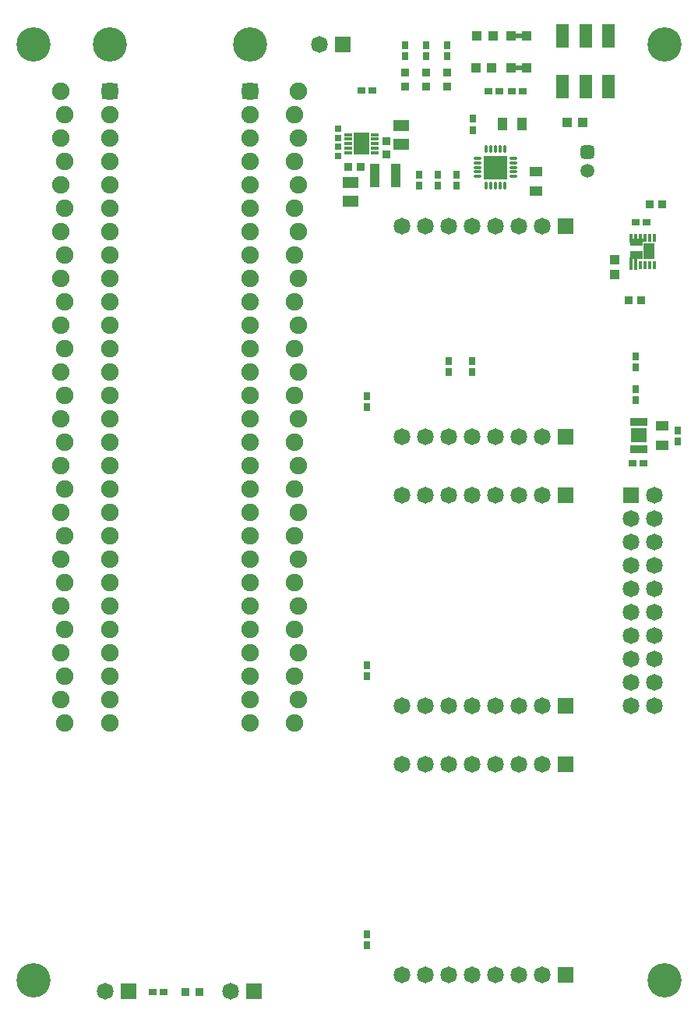
<source format=gts>
G04*
G04 #@! TF.GenerationSoftware,Altium Limited,Altium Designer,20.2.8 (258)*
G04*
G04 Layer_Color=8388736*
%FSLAX43Y43*%
%MOMM*%
G71*
G04*
G04 #@! TF.SameCoordinates,2C7AC1C0-F562-43BB-A571-7E62E4670D11*
G04*
G04*
G04 #@! TF.FilePolarity,Negative*
G04*
G01*
G75*
%ADD44R,0.900X0.510*%
%ADD45R,1.950X0.850*%
%ADD46R,0.882X0.882*%
%ADD47R,1.720X1.212*%
%ADD48R,2.620X2.620*%
%ADD49O,0.850X0.420*%
%ADD50O,0.420X0.850*%
%ADD51R,0.882X0.882*%
%ADD52R,0.670X0.720*%
%ADD53R,1.020X2.620*%
%ADD54R,0.820X0.370*%
%ADD55R,1.820X2.470*%
%ADD56R,1.120X1.070*%
%ADD57R,1.320X2.620*%
%ADD58R,0.380X1.320*%
%ADD59R,1.320X0.895*%
%ADD60R,0.380X0.920*%
%ADD61R,1.245X1.770*%
%ADD62R,1.750X1.550*%
%ADD63R,0.920X0.920*%
%ADD64R,0.920X0.770*%
%ADD65R,1.470X1.020*%
%ADD66R,1.070X1.120*%
%ADD67R,0.770X0.920*%
%ADD68R,1.020X1.470*%
%ADD69R,0.920X0.920*%
%ADD70C,1.898*%
%ADD71C,3.720*%
%ADD72C,1.820*%
%ADD73R,1.820X1.820*%
%ADD74R,1.820X1.820*%
%ADD75C,1.520*%
G04:AMPARAMS|DCode=76|XSize=1.52mm|YSize=1.52mm|CornerRadius=0.41mm|HoleSize=0mm|Usage=FLASHONLY|Rotation=270.000|XOffset=0mm|YOffset=0mm|HoleType=Round|Shape=RoundedRectangle|*
%AMROUNDEDRECTD76*
21,1,1.520,0.700,0,0,270.0*
21,1,0.700,1.520,0,0,270.0*
1,1,0.820,-0.350,-0.350*
1,1,0.820,-0.350,0.350*
1,1,0.820,0.350,0.350*
1,1,0.820,0.350,-0.350*
%
%ADD76ROUNDEDRECTD76*%
G36*
X69742Y83707D02*
X69752Y83706D01*
X69761Y83704D01*
X69770Y83700D01*
X69778Y83695D01*
X69785Y83689D01*
X69791Y83682D01*
X69796Y83674D01*
X69800Y83665D01*
X69802Y83656D01*
X69803Y83646D01*
Y83446D01*
X69802Y83437D01*
X69800Y83428D01*
X69796Y83419D01*
X69791Y83411D01*
X69785Y83404D01*
X69778Y83398D01*
X69770Y83393D01*
X69761Y83389D01*
X69752Y83387D01*
X69742Y83386D01*
X69328Y83386D01*
Y82971D01*
X69327Y82962D01*
X69325Y82953D01*
X69321Y82944D01*
X69316Y82936D01*
X69310Y82929D01*
X69303Y82923D01*
X69295Y82918D01*
X69286Y82914D01*
X69277Y82912D01*
X69267Y82911D01*
X68067D01*
X68058Y82912D01*
X68054Y82913D01*
X68049Y82914D01*
X68040Y82918D01*
X68040Y82918D01*
X68040D01*
X68032Y82923D01*
X68027Y82927D01*
X68025Y82929D01*
X68025Y82929D01*
X68025Y82929D01*
X68023Y82931D01*
X68019Y82936D01*
X68014Y82944D01*
Y82944D01*
X68014Y82944D01*
X68010Y82953D01*
X68009Y82958D01*
X68008Y82962D01*
X68007Y82971D01*
X68007Y83291D01*
X67942Y83388D01*
X67941Y83391D01*
X67939Y83394D01*
X67938Y83395D01*
X67938Y83396D01*
X67937Y83400D01*
X67935Y83403D01*
X67935Y83404D01*
X67935Y83405D01*
X67934Y83409D01*
X67933Y83412D01*
X67933Y83413D01*
X67933Y83414D01*
X67933Y83418D01*
X67932Y83421D01*
X67932Y83646D01*
Y83646D01*
Y83646D01*
X67932Y83650D01*
X67933Y83656D01*
X67933Y83656D01*
Y83656D01*
X67934Y83659D01*
X67935Y83665D01*
X67935Y83665D01*
X67935Y83665D01*
X67937Y83669D01*
X67939Y83674D01*
X67939Y83674D01*
X67939Y83674D01*
X67940Y83676D01*
X67944Y83682D01*
X67944Y83682D01*
X67944Y83682D01*
X67946Y83685D01*
X67950Y83689D01*
X67950Y83689D01*
X67950Y83689D01*
X67954Y83692D01*
X67957Y83695D01*
X67957Y83695D01*
X67957Y83695D01*
X67962Y83698D01*
X67965Y83700D01*
X67965Y83700D01*
X67965Y83700D01*
X67970Y83702D01*
X67974Y83704D01*
X67974Y83704D01*
X67974Y83704D01*
X67979Y83705D01*
X67983Y83706D01*
X67983D01*
X67983Y83706D01*
X67989Y83706D01*
X67992Y83707D01*
X67992D01*
X67992D01*
X69742Y83707D01*
D02*
G37*
D44*
X55880Y105735D02*
D03*
Y102240D02*
D03*
D45*
X68893Y60875D02*
D03*
X68893Y63775D02*
D03*
D46*
X71498Y87400D02*
D03*
X70102D02*
D03*
X67826Y77025D02*
D03*
X69224D02*
D03*
X38726Y91526D02*
D03*
X37329D02*
D03*
D47*
X37625Y89757D02*
D03*
Y87725D02*
D03*
X43137Y93947D02*
D03*
Y95979D02*
D03*
D48*
X53340Y91440D02*
D03*
D49*
X55305Y92440D02*
D03*
Y91940D02*
D03*
Y91440D02*
D03*
Y90940D02*
D03*
Y90440D02*
D03*
X51375D02*
D03*
Y90940D02*
D03*
Y91440D02*
D03*
Y91940D02*
D03*
Y92440D02*
D03*
D50*
X54340Y89475D02*
D03*
X53840D02*
D03*
X53340D02*
D03*
X52840D02*
D03*
X52340D02*
D03*
Y93405D02*
D03*
X52840D02*
D03*
X53340D02*
D03*
X53840D02*
D03*
X54340D02*
D03*
D51*
X41526Y94275D02*
D03*
Y92878D02*
D03*
D52*
X36212Y93684D02*
D03*
Y92684D02*
D03*
X36235Y94652D02*
D03*
Y95652D02*
D03*
D53*
X42554Y90526D02*
D03*
X40254D02*
D03*
D54*
X40220Y93500D02*
D03*
Y95000D02*
D03*
Y94500D02*
D03*
Y94000D02*
D03*
Y93000D02*
D03*
X37320D02*
D03*
Y95000D02*
D03*
Y94500D02*
D03*
Y94000D02*
D03*
Y93500D02*
D03*
D55*
X38770Y94000D02*
D03*
D56*
X55030Y105730D02*
D03*
X56730D02*
D03*
X51362Y105730D02*
D03*
X53062D02*
D03*
X61150Y96329D02*
D03*
X62850D02*
D03*
X51220Y102235D02*
D03*
X52920D02*
D03*
X55030D02*
D03*
X56730D02*
D03*
D57*
X60661Y100203D02*
D03*
Y105703D02*
D03*
X63161Y100203D02*
D03*
X65661D02*
D03*
X63161Y105703D02*
D03*
X65661D02*
D03*
D58*
X68117Y81021D02*
D03*
X68617D02*
D03*
D59*
X68667Y81884D02*
D03*
D60*
X68117Y83821D02*
D03*
X68617D02*
D03*
X69117Y80821D02*
D03*
X69617D02*
D03*
X70117D02*
D03*
X70617D02*
D03*
X69117Y83821D02*
D03*
X69617D02*
D03*
X70117D02*
D03*
X70617D02*
D03*
D61*
X70067Y82321D02*
D03*
D62*
X68892Y62325D02*
D03*
D63*
X19675Y1950D02*
D03*
X21175D02*
D03*
D64*
X17300D02*
D03*
X16100D02*
D03*
X38770Y99822D02*
D03*
X39970D02*
D03*
X68275Y59300D02*
D03*
X69475D02*
D03*
X68615Y85471D02*
D03*
X69815D02*
D03*
X52613Y99695D02*
D03*
X53813D02*
D03*
X55153Y99695D02*
D03*
X56353D02*
D03*
D65*
X57785Y88904D02*
D03*
Y91004D02*
D03*
X71432Y61275D02*
D03*
Y63375D02*
D03*
D66*
X66294Y79845D02*
D03*
Y81445D02*
D03*
D67*
X49149Y89443D02*
D03*
Y90643D02*
D03*
X39370Y7020D02*
D03*
Y8220D02*
D03*
Y36230D02*
D03*
Y37430D02*
D03*
Y65440D02*
D03*
Y66640D02*
D03*
X68600Y66175D02*
D03*
Y67375D02*
D03*
X68580Y69758D02*
D03*
Y70958D02*
D03*
X73175Y61700D02*
D03*
Y62900D02*
D03*
X45085Y89443D02*
D03*
Y90643D02*
D03*
X47117Y89443D02*
D03*
Y90643D02*
D03*
X48133Y103540D02*
D03*
Y104740D02*
D03*
X50800Y69250D02*
D03*
Y70450D02*
D03*
X48260Y69250D02*
D03*
Y70450D02*
D03*
X45847Y103540D02*
D03*
Y104740D02*
D03*
X43561Y103540D02*
D03*
Y104740D02*
D03*
X50927Y95504D02*
D03*
Y96704D02*
D03*
D68*
X54117Y96139D02*
D03*
X56217D02*
D03*
D69*
X48133Y100230D02*
D03*
Y101730D02*
D03*
X45847Y100230D02*
D03*
Y101730D02*
D03*
X43561Y100230D02*
D03*
Y101730D02*
D03*
D70*
X6147Y43815D02*
D03*
X31547Y61595D02*
D03*
X31953Y64135D02*
D03*
X31547Y66675D02*
D03*
X31953Y69215D02*
D03*
X31547Y71755D02*
D03*
X31953Y74295D02*
D03*
X31547Y76835D02*
D03*
X31953Y79375D02*
D03*
X31547Y81915D02*
D03*
X31953Y84455D02*
D03*
X31547Y86995D02*
D03*
X31953Y89535D02*
D03*
X31547Y92075D02*
D03*
X31953Y94615D02*
D03*
Y59055D02*
D03*
X31547Y56515D02*
D03*
X31953Y53975D02*
D03*
X31547Y51435D02*
D03*
X31953Y48895D02*
D03*
X31547Y46355D02*
D03*
X31953Y43815D02*
D03*
X31547Y41275D02*
D03*
X31953Y38735D02*
D03*
X31547Y36195D02*
D03*
X31953Y33655D02*
D03*
X31547Y31115D02*
D03*
X31953Y99695D02*
D03*
X31547Y97155D02*
D03*
X6553D02*
D03*
X6147Y94615D02*
D03*
X6553Y92075D02*
D03*
X6147Y89535D02*
D03*
X6553Y86995D02*
D03*
X6147Y84455D02*
D03*
X6553Y81915D02*
D03*
X6147Y79375D02*
D03*
X6553Y76835D02*
D03*
X6147Y74295D02*
D03*
X6553Y71755D02*
D03*
X6147Y69215D02*
D03*
X6553Y66675D02*
D03*
X6147Y64135D02*
D03*
X6553Y61595D02*
D03*
X6147Y59055D02*
D03*
X6553Y56515D02*
D03*
X6147Y33655D02*
D03*
X6553Y36195D02*
D03*
X6147Y38735D02*
D03*
X6553Y41275D02*
D03*
Y46355D02*
D03*
X6147Y48895D02*
D03*
X6553Y51435D02*
D03*
X6147Y53975D02*
D03*
X6553Y31115D02*
D03*
X6147Y99695D02*
D03*
X26670Y97155D02*
D03*
Y99695D02*
D03*
X11430Y31115D02*
D03*
X26670D02*
D03*
Y33655D02*
D03*
Y36195D02*
D03*
Y38735D02*
D03*
Y41275D02*
D03*
Y43815D02*
D03*
Y46355D02*
D03*
Y48895D02*
D03*
X11430Y53975D02*
D03*
Y51435D02*
D03*
Y48895D02*
D03*
Y46355D02*
D03*
Y43815D02*
D03*
Y41275D02*
D03*
Y38735D02*
D03*
Y36195D02*
D03*
Y33655D02*
D03*
X26670Y51435D02*
D03*
Y53975D02*
D03*
Y56515D02*
D03*
Y59055D02*
D03*
X11430Y56515D02*
D03*
Y59055D02*
D03*
Y61595D02*
D03*
Y64135D02*
D03*
Y99695D02*
D03*
X26670Y94615D02*
D03*
Y92075D02*
D03*
Y89535D02*
D03*
Y86995D02*
D03*
Y84455D02*
D03*
Y81915D02*
D03*
Y79375D02*
D03*
Y76835D02*
D03*
Y74295D02*
D03*
Y71755D02*
D03*
Y69215D02*
D03*
Y66675D02*
D03*
Y64135D02*
D03*
Y61595D02*
D03*
X11430Y66675D02*
D03*
Y69215D02*
D03*
Y71755D02*
D03*
Y74295D02*
D03*
Y76835D02*
D03*
Y79375D02*
D03*
Y81915D02*
D03*
Y84455D02*
D03*
Y86995D02*
D03*
Y89535D02*
D03*
Y92075D02*
D03*
Y94615D02*
D03*
Y97155D02*
D03*
D71*
Y104775D02*
D03*
X26670D02*
D03*
X3175D02*
D03*
X71755Y104775D02*
D03*
X3175Y3175D02*
D03*
X71755Y3175D02*
D03*
D72*
X26670Y33655D02*
D03*
Y31115D02*
D03*
Y36195D02*
D03*
Y46355D02*
D03*
Y43815D02*
D03*
Y38735D02*
D03*
Y41275D02*
D03*
Y56515D02*
D03*
Y53975D02*
D03*
Y48895D02*
D03*
Y51435D02*
D03*
Y66675D02*
D03*
Y64135D02*
D03*
Y59055D02*
D03*
Y61595D02*
D03*
Y76835D02*
D03*
Y74295D02*
D03*
Y69215D02*
D03*
Y71755D02*
D03*
Y86995D02*
D03*
Y84455D02*
D03*
Y79375D02*
D03*
Y81915D02*
D03*
Y92075D02*
D03*
Y89535D02*
D03*
Y94615D02*
D03*
Y97155D02*
D03*
X11430Y33655D02*
D03*
Y31115D02*
D03*
Y36195D02*
D03*
Y46355D02*
D03*
Y43815D02*
D03*
Y38735D02*
D03*
Y41275D02*
D03*
Y56515D02*
D03*
Y53975D02*
D03*
Y48895D02*
D03*
Y51435D02*
D03*
Y66675D02*
D03*
Y64135D02*
D03*
Y59055D02*
D03*
Y61595D02*
D03*
Y76835D02*
D03*
Y74295D02*
D03*
Y69215D02*
D03*
Y71755D02*
D03*
Y86995D02*
D03*
Y84455D02*
D03*
Y79375D02*
D03*
Y81915D02*
D03*
Y92075D02*
D03*
Y89535D02*
D03*
Y94615D02*
D03*
Y97155D02*
D03*
X24600Y2025D02*
D03*
X43180Y55880D02*
D03*
X45720D02*
D03*
X48260D02*
D03*
X50800D02*
D03*
X58420D02*
D03*
X53340D02*
D03*
X55880D02*
D03*
X68072Y35560D02*
D03*
Y43180D02*
D03*
Y38100D02*
D03*
Y40640D02*
D03*
X70612Y33020D02*
D03*
X68072D02*
D03*
Y45720D02*
D03*
Y48260D02*
D03*
Y50800D02*
D03*
Y53340D02*
D03*
X70612Y55880D02*
D03*
Y35560D02*
D03*
Y38100D02*
D03*
Y40640D02*
D03*
Y43180D02*
D03*
Y45720D02*
D03*
Y48260D02*
D03*
Y50800D02*
D03*
Y53340D02*
D03*
X10900Y2000D02*
D03*
X43180Y85090D02*
D03*
X45720D02*
D03*
X48260D02*
D03*
X50800D02*
D03*
X58420D02*
D03*
X53340D02*
D03*
X55880D02*
D03*
X43180Y3810D02*
D03*
X45720D02*
D03*
X48260D02*
D03*
X50800D02*
D03*
X58420D02*
D03*
X53340D02*
D03*
X55880D02*
D03*
X43180Y62230D02*
D03*
X45720D02*
D03*
X48260D02*
D03*
X50800D02*
D03*
X58420D02*
D03*
X53340D02*
D03*
X55880D02*
D03*
X43180Y26670D02*
D03*
X45720D02*
D03*
X48260D02*
D03*
X50800D02*
D03*
X58420D02*
D03*
X53340D02*
D03*
X55880D02*
D03*
X43180Y33020D02*
D03*
X45720D02*
D03*
X48260D02*
D03*
X50800D02*
D03*
X58420D02*
D03*
X53340D02*
D03*
X55880D02*
D03*
X34255Y104775D02*
D03*
D73*
X26670Y99695D02*
D03*
X11430D02*
D03*
X68072Y55880D02*
D03*
D74*
X27140Y2025D02*
D03*
X60960Y55880D02*
D03*
X13440Y2000D02*
D03*
X60960Y85090D02*
D03*
Y3810D02*
D03*
Y62230D02*
D03*
Y26670D02*
D03*
Y33020D02*
D03*
X36795Y104775D02*
D03*
D75*
X63373Y91075D02*
D03*
D76*
Y93075D02*
D03*
M02*

</source>
